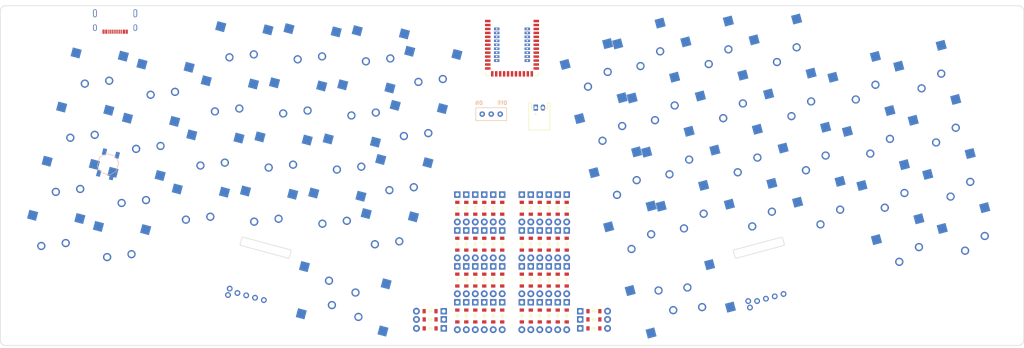
<source format=kicad_pcb>
(kicad_pcb (version 20220131) (generator pcbnew)
  (title_block (title "tin52mx") (rev "v1.0.0") (company "Unknown"))
  (layers (0 "F.Cu" signal) (31 "B.Cu" signal) (34 "B.Paste" user) (35 "F.Paste" user) (36 "B.SilkS" user "B.Silkscreen") (37 "F.SilkS" user "F.Silkscreen") (38 "B.Mask" user) (39 "F.Mask" user) (44 "Edge.Cuts" user))
  (net 0 "")
  (net 1 "P1")
  (net 2 "outer_bottom")
  (net 3 "outer_home")
  (net 4 "outer_top")
  (net 5 "outer_num")
  (net 6 "P0")
  (net 7 "pinky_bottom")
  (net 8 "pinky_home")
  (net 9 "pinky_top")
  (net 10 "pinky_num")
  (net 11 "P2")
  (net 12 "ring_bottom")
  (net 13 "ring_home")
  (net 14 "ring_top")
  (net 15 "ring_num")
  (net 16 "P3")
  (net 17 "middle_bottom")
  (net 18 "middle_home")
  (net 19 "middle_top")
  (net 20 "middle_num")
  (net 21 "P4")
  (net 22 "index_bottom")
  (net 23 "index_home")
  (net 24 "index_top")
  (net 25 "index_num")
  (net 26 "P5")
  (net 27 "inner_bottom")
  (net 28 "inner_home")
  (net 29 "inner_top")
  (net 30 "inner_num")
  (net 31 "outer_thumb")
  (net 32 "inner_thumb")
  (net 33 "P6")
  (net 34 "P7")
  (net 35 "P8")
  (net 36 "P9")
  (net 37 "index_thumb")
  (net 38 "P10")
  (net 39 "P21")
  (net 40 "mirror_outer_bottom")
  (net 41 "mirror_outer_home")
  (net 42 "mirror_outer_top")
  (net 43 "mirror_outer_num")
  (net 44 "P20")
  (net 45 "mirror_pinky_bottom")
  (net 46 "mirror_pinky_home")
  (net 47 "mirror_pinky_top")
  (net 48 "mirror_pinky_num")
  (net 49 "P19")
  (net 50 "mirror_ring_bottom")
  (net 51 "mirror_ring_home")
  (net 52 "mirror_ring_top")
  (net 53 "mirror_ring_num")
  (net 54 "P18")
  (net 55 "mirror_middle_bottom")
  (net 56 "mirror_middle_home")
  (net 57 "mirror_middle_top")
  (net 58 "mirror_middle_num")
  (net 59 "P15")
  (net 60 "mirror_index_bottom")
  (net 61 "mirror_index_home")
  (net 62 "mirror_index_top")
  (net 63 "mirror_index_num")
  (net 64 "P14")
  (net 65 "mirror_inner_bottom")
  (net 66 "mirror_inner_home")
  (net 67 "mirror_inner_top")
  (net 68 "mirror_inner_num")
  (net 69 "mirror_outer_thumb")
  (net 70 "mirror_inner_thumb")
  (net 71 "mirror_index_thumb")
  (net 72 "DMIN")
  (net 73 "DPLUS")
  (net 74 "GND")
  (net 75 "P002")
  (net 76 "P003")
  (net 77 "P004")
  (net 78 "P005")
  (net 79 "P006")
  (net 80 "P007")
  (net 81 "P008")
  (net 82 "P009")
  (net 83 "P010")
  (net 84 "P011")
  (net 85 "P012")
  (net 86 "P013")
  (net 87 "P014")
  (net 88 "P015")
  (net 89 "P016")
  (net 90 "P017")
  (net 91 "P018")
  (net 92 "P019")
  (net 93 "P020")
  (net 94 "P021")
  (net 95 "P022")
  (net 96 "P023")
  (net 97 "P024")
  (net 98 "P025")
  (net 99 "P026")
  (net 100 "P027")
  (net 101 "P028")
  (net 102 "P029")
  (net 103 "P030")
  (net 104 "P031")
  (net 105 "P100")
  (net 106 "P101")
  (net 107 "P102")
  (net 108 "P103")
  (net 109 "P104")
  (net 110 "P105")
  (net 111 "P106")
  (net 112 "P107")
  (net 113 "P108")
  (net 114 "P109")
  (net 115 "P110")
  (net 116 "P111")
  (net 117 "P112")
  (net 118 "P113")
  (net 119 "P114")
  (net 120 "P115")
  (net 121 "SWDCLK")
  (net 122 "SWDIO")
  (net 123 "VBUS")
  (net 124 "VDD")
  (net 125 "CC1")
  (net 126 "CC2")
  (net 127 "DN")
  (net 128 "DP")
  (net 129 "RST")
  (net 130 "RAW")
  (net 131 "BAT+")
  (net 132 "BAT-")
  (net 133 "enc_diode")
  (footprint "Keyboard:SS-12D00" (layer "F.Cu") (at 217.496001 125.968137 180)
    (fp_text reference "T1")
    (fp_text value "")
  )
  (footprint "E73:SW_TACT_ALPS_SKQGABE010" (layer "F.Cu") (at 108.283297 139.93648 75)
    (fp_text reference "B1" hide)
    (fp_text value "" hide)
  )
  (footprint "MX" (layer "F.Cu") (at 111.81319 161.536072 -15)
    (fp_text reference "S10" hide)
    (fp_text value "" hide)
  )
  (footprint "ComboDiode" (layer "F.Cu") (at 205.55934 182.18934 -90)
    (fp_text reference "D1" hide)
    (fp_text value "" hide)
  )
  (footprint "MX" (layer "F.Cu") (at 344.050473 143.369846 15)
    (fp_text reference "S56" hide)
    (fp_text value "" hide)
  )
  (footprint "MX" (layer "F.Cu") (at 181.457371 179.420716 -105)
    (fp_text reference "S52" hide)
    (fp_text value "" hide)
  )
  (footprint "MX" (layer "F.Cu") (at 123.925921 116.330743 165)
    (fp_text reference "S15" hide)
    (fp_text value "" hide)
  )
  (footprint "MX" (layer "F.Cu") (at 280.742346 121.536233 15)
    (fp_text reference "S82" hide)
    (fp_text value "" hide)
  )
  (footprint "MX" (layer "F.Cu") (at 348.088051 158.438289 15)
    (fp_text reference "S54" hide)
    (fp_text value "" hide)
  )
  (footprint "MX" (layer "F.Cu") (at 175.800717 137.166903 165)
    (fp_text reference "S35" hide)
    (fp_text value "" hide)
  )
  (footprint "MX" (layer "F.Cu") (at 288.817501 151.673119 -165)
    (fp_text reference "S77" hide)
    (fp_text value "" hide)
  )
  (footprint "MX" (layer "F.Cu") (at 171.76314 152.235346 -15)
    (fp_text reference "S34" hide)
    (fp_text value "" hide)
  )
  (footprint "MX" (layer "F.Cu") (at 194.453804 127.826407 165)
    (fp_text reference "S45" hide)
    (fp_text value "" hide)
  )
  (footprint "ComboDiode" (layer "F.Cu") (at 243.58934 185.63934)
    (fp_text reference "D51" hide)
    (fp_text value "" hide)
  )
  (footprint "nRF52840_holyiot_18010" (layer "F.Cu") (at 220.78934 105.757964)
    (fp_text reference "")
    (fp_text value "nRF52840_holyiot_18010")
  )
  (footprint "MX" (layer "F.Cu") (at 111.81319 161.536072 165)
    (fp_text reference "S9" hide)
    (fp_text value "" hide)
  )
  (footprint "MX" (layer "F.Cu") (at 137.796795 136.042449 -15)
    (fp_text reference "S20" hide)
    (fp_text value "" hide)
  )
  (footprint "ComboDiode" (layer "F.Cu") (at 231.01934 182.18934 -90)
    (fp_text reference "D35" hide)
    (fp_text value "" hide)
  )
  (footprint "ComboDiode" (layer "F.Cu") (at 223.51934 162.18934 -90)
    (fp_text reference "D49" hide)
    (fp_text value "" hide)
  )
  (footprint "MX" (layer "F.Cu") (at 275.189751 175.383139 -75)
    (fp_text reference "S102" hide)
    (fp_text value "" hide)
  )
  (footprint "ComboDiode" (layer "F.Cu") (at 223.51934 152.18934 -90)
    (fp_text reference "D50" hide)
    (fp_text value "" hide)
  )
  (footprint "MX" (layer "F.Cu") (at 190.416227 142.89485 -15)
    (fp_text reference "S44" hide)
    (fp_text value "" hide)
  )
  (footprint "ComboDiode" (layer "F.Cu") (at 210.55934 152.18934 -90)
    (fp_text reference "D12" hide)
    (fp_text value "" hide)
  )
  (footprint "MX" (layer "F.Cu") (at 101.565783 128.301404 165)
    (fp_text reference "S5" hide)
    (fp_text value "" hide)
  )
  (footprint "MX" (layer "F.Cu") (at 299.744307 120.974006 15)
    (fp_text reference "S74" hide)
    (fp_text value "" hide)
  )
  (footprint "ComboDiode" (layer "F.Cu") (at 215.55934 152.18934 -90)
    (fp_text reference "D20" hide)
    (fp_text value "" hide)
  )
  (footprint "ComboDiode" (layer "F.Cu") (at 226.01934 182.18934 -90)
    (fp_text reference "D43" hide)
    (fp_text value "" hide)
  )
  (footprint "MX" (layer "F.Cu") (at 284.779924 136.604676 -165)
    (fp_text reference "S79" hide)
    (fp_text value "" hide)
  )
  (footprint "MX" (layer "F.Cu") (at 340.012896 128.301404 -165)
    (fp_text reference "S57" hide)
    (fp_text value "" hide)
  )
  (footprint "ComboDiode" (layer "F.Cu") (at 228.51934 182.18934 -90)
    (fp_text reference "D39" hide)
    (fp_text value "" hide)
  )
  (footprint "ComboDiode" (layer "F.Cu") (at 223.51934 172.18934 -90)
    (fp_text reference "D48" hide)
    (fp_text value "" hide)
  )
  (footprint "MX" (layer "F.Cu") (at 152.761179 151.673119 -15)
    (fp_text reference "S26" hide)
    (fp_text value "" hide)
  )
  (footprint "MX" (layer "F.Cu") (at 119.888344 131.399186 165)
    (fp_text reference "S13" hide)
    (fp_text value "" hide)
  )
  (footprint "MX" (layer "F.Cu") (at 260.121308 179.420716 105)
    (fp_text reference "S104" hide)
    (fp_text value "" hide)
  )
  (footprint "MX" (layer "F.Cu") (at 288.817501 151.673119 15)
    (fp_text reference "S78" hide)
    (fp_text value "" hide)
  )
  (footprint "MX" (layer "F.Cu") (at 186.378649 157.963293 -15)
    (fp_text reference "S42" hide)
    (fp_text value "" hide)
  )
  (footprint "ComboDiode" (layer "F.Cu") (at 231.01934 162.18934 -90)
    (fp_text reference "D37" hide)
    (fp_text value "" hide)
  )
  (footprint "ComboDiode" (layer "F.Cu") (at 231.01934 172.18934 -90)
    (fp_text reference "D36" hide)
    (fp_text value "" hide)
  )
  (footprint "MX" (layer "F.Cu") (at 255.20003 157.963293 15)
    (fp_text reference "S94" hide)
    (fp_text value "" hide)
  )
  (footprint "MX" (layer "F.Cu") (at 164.87391 106.46779 -15)
    (fp_text reference "S32" hide)
    (fp_text value "" hide)
  )
  (footprint "MX" (layer "F.Cu") (at 123.925921 116.330743 -15)
    (fp_text reference "S16" hide)
    (fp_text value "" hide)
  )
  (footprint "MX" (layer "F.Cu") (at 179.838294 122.09846 165)
    (fp_text reference "S37" hide)
    (fp_text value "" hide)
  )
  (footprint "MX" (layer "F.Cu") (at 255.20003 157.963293 -165)
    (fp_text reference "S93" hide)
    (fp_text value "" hide)
  )
  (footprint "ComboDiode" (layer "F.Cu") (at 223.51934 182.18934 -90)
    (fp_text reference "D47" hide)
    (fp_text value "" hide)
  )
  (footprint "MX" (layer "F.Cu") (at 133.759218 151.110892 165)
    (fp_text reference "S17" hide)
    (fp_text value "" hide)
  )
  (footprint "MX" (layer "F.Cu") (at 145.871949 105.905563 -15)
    (fp_text reference "S24" hide)
    (fp_text value "" hide)
  )
  (footprint "MX" (layer "F.Cu") (at 295.70673 105.905563 15)
    (fp_text reference "S76" hide)
    (fp_text value "" hide)
  )
  (footprint "ComboDiode" (layer "F.Cu") (at 218.05934 162.18934 -90)
    (fp_text reference "D23" hide)
    (fp_text value "" hide)
  )
  (footprint "MX" (layer "F.Cu") (at 251.162453 142.89485 15)
    (fp_text reference "S96" hide)
    (fp_text value "" hide)
  )
  (footprint "ComboDiode" (layer "F.Cu") (at 236.01934 182.18934 -90)
    (fp_text reference "D27" hide)
    (fp_text value "" hide)
  )
  (footprint "MX" (layer "F.Cu") (at 166.388928 175.383139 -105)
    (fp_text reference "S49" hide)
    (fp_text value "" hide)
  )
  (footprint "MX" (layer "F.Cu") (at 152.761179 151.673119 165)
    (fp_text reference "S25" hide)
    (fp_text value "" hide)
  )
  (footprint "MX" (layer "F.Cu") (at 307.819462 151.110892 15)
    (fp_text reference "S70" hide)
    (fp_text value "" hide)
  )
  (footprint "MX" (layer "F.Cu") (at 183.875871 107.030017 -15)
    (fp_text reference "S40" hide)
    (fp_text value "" hide)
  )
  (footprint "MX" (layer "F.Cu") (at 166.388928 175.383139 75)
    (fp_text reference "S50" hide)
    (fp_text value "" hide)
  )
  (footprint "MX" (layer "F.Cu") (at 194.453804 127.826407 -15)
    (fp_text reference "S46" hide)
    (fp_text value "" hide)
  )
  (footprint "MX" (layer "F.Cu") (at 119.888344 131.399186 -15)
    (fp_text reference "S14" hide)
    (fp_text value "" hide)
  )
  (footprint "MX" (layer "F.Cu") (at 329.76549 161.536072 15)
    (fp_text reference "S62" hide)
    (fp_text value "" hide)
  )
  (footprint "MX" (layer "F.Cu") (at 265.777962 137.166903 15)
    (fp_text reference "S88" hide)
    (fp_text value "" hide)
  )
  (footprint "MX" (layer "F.Cu") (at 303.781885 136.042449 -165)
    (fp_text reference "S71" hide)
    (fp_text value "" hide)
  )
  (footprint "MX" (layer "F.Cu") (at 280.742346 121.536233 -165)
    (fp_text reference "S81" hide)
    (fp_text value "" hide)
  )
  (footprint "MX" (layer "F.Cu") (at 181.457371 179.420716 75)
    (fp_text reference "S51" hide)
    (fp_text value "" hide)
  )
  (footprint "MX" (layer "F.Cu") (at 260.121308 179.420716 -75)
    (fp_text reference "S103" hide)
    (fp_text value "" hide)
  )
  (footprint "ComboDiode" (layer "F.Cu") (at 226.01934 162.18934 -90)
    (fp_text reference "D45" hide)
    (fp_text value "" hide)
  )
  (footprint "MX" (layer "F.Cu") (at 303.781885 136.042449 15)
    (fp_text reference "S72" hide)
    (fp_text value "" hide)
  )
  (footprint "MX" (layer "F.Cu") (at 269.815539 152.235346 -165)
    (fp_text reference "S85" hide)
    (fp_text value "" hide)
  )
  (footprint "ComboDiode" (layer "F.Cu") (at 205.55934 152.18934 -90)
    (fp_text reference "D4" hide)
    (fp_text value "" hide)
  )
  (footprint "MX" (layer "F.Cu") (at 275.189751 175.383139 105)
    (fp_text reference "S101" hide)
    (fp_text value "" hide)
  )
  (footprint "ComboDiode" (layer "F.Cu") (at 197.98934 185.63934 180)
    (fp_text reference "D25" hide)
    (fp_text value "" hide)
  )
  (footprint "ComboDiode" (layer "F.Cu") (at 233.51934 162.18934 -90)
    (fp_text reference "D33" hide)
    (fp_text value "" hide)
  )
  (footprint "ComboDiode" (layer "F.Cu") (at 208.05934 152.18934 -90)
    (fp_text reference "D8" hide)
    (fp_text value "" hide)
  )
  (footprint "ComboDiode" (layer "F.Cu") (at 228.51934 172.18934 -90)
    (fp_text reference "D40" hide)
    (fp_text value "" hide)
  )
  (footprint "ComboDiode" (layer "F.Cu") (at 213.05934 152.18934 -90)
    (fp_text reference "D16" hide)
    (fp_text value "" hide)
  )
  (footprint "MX" (layer "F.Cu") (at 97.528206 143.369846 -15)
    (fp_text reference "S4" hide)
    (fp_text value "" hide)
  )
  (footprint "MX" (layer "F.Cu") (at 175.800717 137.166903 -15)
    (fp_text reference "S36" hide)
    (fp_text value "" hide)
  )
  (footprint "MX" (layer "F.Cu") (at 156.798756 136.604676 -15)
    (fp_text reference "S28" hide)
    (fp_text value "" hide)
  )
  (footprint "MX" (layer "F.Cu") (at 198.491381 112.757964 -15)
    (fp_text reference "S48" hide)
    (fp_text value "" hide)
  )
  (footprint "MX" (layer "F.Cu") (at 317.652758 116.330743 -165)
    (fp_text reference "S67" hide)
    (fp_text value "" hide)
  )
  (footprint "MX" (layer "F.Cu") (at 269.815539 152.235346 15)
    (fp_text reference "S86" hide)
    (fp_text value "" hide)
  )
  (footprint "MX" (layer "F.Cu") (at 243.087299 112.757964 -165)
    (fp_text reference "S99" hide)
    (fp_text value "" hide)
  )
  (footprint "MX" (layer "F.Cu") (at 164.87391 106.46779 165)
    (fp_text reference "S31" hide)
    (fp_text value "" hide)
  )
  (footprint "MX" (layer "F.Cu") (at 348.088051 158.438289 -165)
    (fp_text reference "S53" hide)
    (fp_text value "" hide)
  )
  (footprint "ComboDiode" (layer "F.Cu") (at 210.55934 172.18934 -90)
    (fp_text reference "D10" hide)
    (fp_text value "" hide)
  )
  (footprint "ComboDiode" (layer "F.Cu") (at 233.51934 152.18934 -90)
    (fp_text reference "D34" hide)
    (fp_text value "" hide)
  )
  (footprint "MX" (layer "F.Cu") (at 335.975319 113.232961 15)
    (fp_text reference "S60" hide)
    (fp_text value "" hide)
  )
  (footprint "MX" (layer "F.Cu") (at 133.759218 151.110892 -15)
    (fp_text reference "S18" hide)
    (fp_text value "" hide)
  )
  (footprint "ComboDiode" (layer "F.Cu") (at 213.05934 172.18934 -90)
    (fp_text reference "D14" hide)
    (fp_text value "" hide)
  )
  (footprint "MX" (layer "F.Cu") (at 276.704769 106.46779 -165)
    (fp_text reference "S83" hide)
    (fp_text value "" hide)
  )
  (footprint "ComboDiode" (layer "F.Cu") (at 205.55934 172.18934 -90)
    (fp_text reference "D2" hide)
    (fp_text value "" hide)
  )
  (footprint "MX" (layer "F.Cu") (at 145.871949 105.905563 165)
    (fp_text reference "S23" hide)
    (fp_text value "" hide)
  )
  (footprint "MX" (layer "F.Cu") (at 105.60336 113.232961 165)
    (fp_text reference "S7" hide)
    (fp_text value "" hide)
  )
  (footprint "ComboDiode" (layer "F.Cu") (at 218.05934 172.18934 -90)
    (fp_text reference "D22" hide)
    (fp_text value "" hide)
  )
  (footprint "MX" (layer "F.Cu") (at 317.652758 116.330743 15)
    (fp_text reference "S68" hide)
    (fp_text value "" hide)
  )
  (footprint "MX" (layer "F.Cu") (at 186.378649 157.963293 165)
    (fp_text reference "S41" hide)
    (fp_text value "" hide)
  )
  (footprint "USB-C-12-Pin-MidMount" (layer "F.Cu") (at 110.27 95.79)
    (fp_text reference "USB1" hide)
    (fp_text value "")
  )
  (footprint "ComboDiode" (layer "F.Cu") (at 215.55934 182.18934 -90)
    (fp_text reference "D17" hide)
    (fp_text value "" hide)
  )
  (footprint "ComboDiode" (layer "F.Cu") (at 205.55934 162.18934 -90)
    (fp_text reference "D3" hide)
    (fp_text value "" hide)
  )
  (footprint "ComboDiode" (layer "F.Cu") (at 231.01934 152.18934 -90)
    (fp_text reference "D38" hide)
    (fp_text value "" hide)
  )
  (footprint "ComboDiode" (layer "F.Cu") (at 233.51934 172.18934 -90)
    (fp_text reference "D32" hide)
    (fp_text value "" hide)
  )
  (footprint "MX" (layer "F.Cu") (at 190.416227 142.89485 165)
    (fp_text reference "S43" hide)
    (fp_text value "" hide)
  )
  (footprint "MX" (layer "F.Cu") (at 171.76314 152.235346 165)
    (fp_text reference "S33" hide)
    (fp_text value "" hide)
  )
  (footprint "MX" (layer "F.Cu") (at 137.796795 136.042449 165)
    (fp_text reference "S19" hide)
    (fp_text value "" hide)
  )
  (footprint "ComboDiode" (layer "F.Cu") (at 243.59 180.85)
    (fp_text reference "D54" hide)
    (fp_text value "" hide)
  )
  (footprint "RollerEncoder_Panasonic_EVQWGD001" (layer "F.Cu") (at 149.458306 171.336409 75)
    (fp_text reference "REF**")
    (fp_text value "RollerEncoder_Panasonic_EVQWGD001")
    (fp_line (start 7.4 -6.3) (end 7.4 7.3) (stroke (width 0.15)) (layer "Edge.Cuts"))
    (fp_line (start 7.7 7.6) (end 9.5 7.6) (stroke (width 0.15)) (layer "Edge.Cuts"))
    (fp_line (start 9.5 -6.6) (end 7.7 -6.6) (stroke (width 0.15)) (layer "Edge.Cuts"))
    (fp_line (start 9.8 7.3) (end 9.8 -6.3) (stroke (width 0.15)) (layer "Edge.Cuts"))
    (fp_arc (start 7.4 -6.3) (mid 7.487868 -6.512132) (end 7.7 -6.6) (stroke (width 0.15)) (layer "Edge.Cuts"))
    (fp_arc (start 7.7 7.6) (mid 7.487868 7.512132) (end 7.4 7.3) (stroke (width 0.15)) (layer "Edge.Cuts"))
    (fp_arc (start 9.5 -6.6) (mid 9.712132 -6.512132) (end 9.8 -6.3) (stroke (width 0.15)) (layer "Edge.Cuts"))
    (fp_arc (start 9.8 7.3) (mid 9.712132 7.512132) (end 9.5 7.6) (stroke (width 0.15)) (layer "Edge.Cuts"))
  )
  (footprint "MX" (layer "F.Cu") (at 257.702808 107.030017 -165)
    (fp_text reference "S91" hide)
    (fp_text value "" hide)
  )
  (footprint "MX" (layer "F.Cu") (at 265.777962 137.166903 -165)
    (fp_text reference "S87" hide)
    (fp_text value "" hide)
  )
  (footprint "MX" (layer "F.Cu") (at 251.162453 142.89485 -165)
    (fp_text reference "S95" hide)
    (fp_text value "" hide)
  )
  (footprint "MX" (layer "F.Cu") (at 160.836333 121.536233 -15)
    (fp_text reference "S30" hide)
    (fp_text value "" hide)
  )
  (footprint "MX" (layer "F.Cu") (at 101.565783 128.301404 -15)
    (fp_text reference "S6" hide)
    (fp_text value "" hide)
  )
  (footprint "MX" (layer "F.Cu") (at 247.124876 127.826407 15)
    (fp_text reference "S98" hide)
    (fp_text value "" hide)
  )
  (footprint "MX" (layer "F.Cu") (at 335.975319 113.232961 -165)
    (fp_text reference "S59" hide)
    (fp_text value "" hide)
  )
  (footprint "MX" (layer "F.Cu") (at 97.528206 143.369846 165)
    (fp_text reference "S3" hide)
    (fp_text value "" hide)
  )
  (footprint "ComboDiode" (layer "F.Cu") (at 228.51934 162.18934 -90)
    (fp_text reference "D41" hide)
    (fp_text value "" hide)
  )
  (footprint "ComboDiode" (layer "F.Cu") (at 236.01934 152.18934 -90)
    (fp_text reference "D30" hide)
    (fp_text value "" hide)
  )
  (footprint "ComboDiode" (layer "F.Cu") (at 208.05934 162.18934 -90)
    (fp_text reference "D7" hide)
    (fp_text value "" hide)
  )
  (footprint "MX" (layer "F.Cu") (at 198.491381 112.757964 165)
    (fp_text reference "S47" hide)
    (fp_text value "" hide)
  )
  (footprint "MX" (layer "F.Cu") (at 307.819462 151.110892 -165)
    (fp_text reference "S69" hide)
    (fp_text value "" hide)
  )
  (footprint "ComboDiode" (layer "F.Cu") (at 228.51934 152.18934 -90)
    (fp_text reference "D42" hide)
    (fp_text value "" hide)
  )
  (footprint "ComboDiode" (layer "F.Cu") (at 213.05934 182.18934 -90)
    (fp_text reference "D13" hide)
    (fp_text value "" hide)
  )
  (footprint "MX" (layer "F.Cu") (at 179.838294 122.09846 -15)
    (fp_text reference "S38" hide)
    (fp_text value "" hide)
  )
  (footprint "ComboDiode" (layer "F.Cu") (at 233.51934 182.18934 -90)
    (fp_text reference "D31" hide)
    (fp_text value "" hide)
  )
  (footprint "MX" (layer "F.Cu") (at 115.850767 146.467629 -15)
    (fp_text reference "S12" hide)
    (fp_text value "" hide)
  )
  (footprint "MX" (layer "F.Cu") (at 329.76549 161.536072 -165)
    (fp_text reference "S61" hide)
    (fp_text value "" hide)
  )
  (footprint "ComboDiode" (layer "F.Cu") (at 236.01934 162.18934 -90)
    (fp_text reference "D29" hide)
    (fp_text value "" hide)
  )
  (footprint "MX" (layer "F.Cu") (at 93.490629 158.438289 -15)
    (fp_text reference "S2" hide)
    (fp_text value "" hide)
  )
  (footprint "MX" (layer "F.Cu") (at 93.490629 158.438289 165)
    (fp_text reference "S1" hide)
    (fp_text value "" hide)
  )
  (footprint "MX" (layer "F.Cu") (at 243.087299 112.757964 15)
    (fp_text reference "S100" hide)
    (fp_text value "" hide)
  )
  (footprint "MX" (layer "F.Cu") (at 257.702808 107.030017 15)
    (fp_text reference "S92" hide)
    (fp_text value "" hide)
  )
  (footprint "MX" (layer "F.Cu") (at 105.60336 113.232961 -15)
    (fp_text reference "S8" hide)
    (fp_text value "" hide)
  )
  (footprint "MX" (layer "F.Cu") (at 160.836333 121.536233 165)
    (fp_text reference "S29" hide)
    (fp_text value "" hide)
  )
  (footprint "MX" (layer "F.Cu") (at 141.834372 120.974006 165)
    (fp_text reference "S21" hide)
    (fp_text value "" hide)
  )
  (footprint "MX" (layer "F.Cu") (at 141.834372 120.974006 -15)
    (fp_text reference "S22" hide)
    (fp_text value "" hide)
  )
  (footprint "MX" (layer "F.Cu") (at 321.690335 131.399186 15)
    (fp_text reference "S66" hide)
    (fp_text value "" hide)
  )
  (footprint "ComboDiode" (layer "F.Cu") (at 226.01934 152.18934 -90)
    (fp_text reference "D46" hide)
    (fp_text value "" hide)
  )
  (footprint "MX" (layer "F.Cu") (at 261.740385 122.09846 15)
    (fp_text reference "S90" hide)
    (fp_text value "" hide)
  )
  (footprint "ComboDiode" (layer "F.Cu") (at 218.05934 152.18934 -90)
    (fp_text reference "D24" hide)
    (fp_text value "" hide)
  )
  (footprint "MX" (layer "F.Cu") (at 183.875871 107.030017 165)
    (fp_text reference "S39" hide)
    (fp_text value "" hide)
  )
  (footprint "ComboDiode" (layer "F.Cu") (at 197.97 180.85 180)
    (fp_text reference "D53" hide)
    (fp_text value "" hide)
  )
  (footprint "ComboDiode" (layer "F.Cu") (at 215.55934 172.18934 -90)
    (fp_text reference "D18" hide)
    (fp_text value "" hide)
  )
  (footprint "MX" (layer "F.Cu") (at 344.050473 143.369846 -165)
    (fp_text reference "S55" hide)
    (fp_text value "" hide)
  )
  (footprint "ComboDiode" (layer "F.Cu") (at 218.05934 182.18934 -90)
    (fp_text reference "D21" hide)
    (fp_text value "" hide)
  )
  (footprint "MX" (layer "F.Cu") (at 261.740385 122.09846 -165)
    (fp_text reference "S89" hide)
    (fp_text value "" hide)
  )
  (footprint "ComboDiode" (layer "F.Cu") (at 210.55934 162.18934 -90)
    (fp_text reference "D11" hide)
    (fp_text value "" hide)
  )
  (footprint "RollerEncoder_Panasonic_EVQWGD001" (layer "F.Cu") (at 291.26 171.61 105)
    (fp_text reference "REF**")
    (fp_text value "RollerEncoder_Panasonic_EVQWGD001")
    (fp_line (start 7.4 -6.3) (end 7.4 7.3) (stroke (width 0.15)) (layer "Edge.Cuts"))
    (fp_line (start 7.7 7.6) (end 9.5 7.6) (stroke (width 0.15)) (layer "Edge.Cuts"))
    (fp_line (start 9.5 -6.6) (end 7.7 -6.6) (stroke (width 0.15)) (layer "Edge.Cuts"))
    (fp_line (start 9.8 7.3) (end 9.8 -6.3) (stroke (width 0.15)) (layer "Edge.Cuts"))
    (fp_arc (start 7.4 -6.3) (mid 7.487868 -6.512132) (end 7.7 -6.6) (stroke (width 0.15)) (layer "Edge.Cuts"))
    (fp_arc (start 7.7 7.6) (mid 7.487868 7.512132) (end 7.4 7.3) (stroke (width 0.15)) (layer "Edge.Cuts"))
    (fp_arc (start 9.5 -6.6) (mid 9.712132 -6.512132) (end 9.8 -6.3) (stroke (width 0.15)) (layer "Edge.Cuts"))
    (fp_arc (start 9.8 7.3) (mid 9.712132 7.512132) (end 9.5 7.6) (stroke (width 0.15)) (layer "Edge.Cuts"))
  )
  (footprint "ComboDiode" (layer "F.Cu") (at 210.55934 182.18934 -90)
    (fp_text reference "D9" hide)
    (fp_text value "" hide)
  )
  (footprint "MX" (layer "F.Cu") (at 276.704769 106.46779 15)
    (fp_text reference "S84" hide)
    (fp_text value "" hide)
  )
  (footprint "MX" (layer "F.Cu") (at 115.850767 146.467629 165)
    (fp_text reference "S11" hide)
    (fp_text value "" hide)
  )
  (footprint "MX" (layer "F.Cu") (at 156.798756 136.604676 165)
    (fp_text reference "S27" hide)
    (fp_text value "" hide)
  )
  (footprint "ComboDiode" (layer "F.Cu") (at 208.05934 182.18934 -90)
    (fp_text reference "D5" hide)
    (fp_text value "" hide)
  )
  (footprint "MX" (layer "F.Cu") (at 340.012896 128.301404 15)
    (fp_text reference "S58" hide)
    (fp_text value "" hide)
  )
  (footprint "ComboDiode" (layer "F.Cu") (at 236.01934 172.18934 -90)
    (fp_text reference "D28" hide)
    (fp_text value "" hide)
  )
  (footprint "MX" (layer "F.Cu") (at 321.690335 131.399186 -165)
    (fp_text reference "S65" hide)
    (fp_text value "" hide)
  )
  (footprint "MX" (layer "F.Cu") (at 325.727912 146.467629 -165)
    (fp_text reference "S63" hide)
    (fp_text value "" hide)
  )
  (footprint "MX" (layer "F.Cu") (at 247.124876 127.826407 -165)
    (fp_text reference "S97" hide)
    (fp_text value "" hide)
  )
  (footprint "ComboDiode" (layer "F.Cu") (at 213.05934 162.18934 -90)
    (fp_text reference "D15" hide)
    (fp_text value "" hide)
  )
  (footprint "ComboDiode" (layer "F.Cu") (at 215.55934 162.18934 -90)
    (fp_text reference "D19" hide)
    (fp_text value "" hide)
  )
  (footprint "MX" (layer "F.Cu") (at 325.727912 146.467629 15)
    (fp_text reference "S64" hide)
    (fp_text value "" hide)
  )
  (footprint "ComboDiode" (layer "F.Cu") (at 243.58934 183.13934)
    (fp_text reference "D52" hide)
    (fp_text value "" hide)
  )
  (footprint "JST_PH_S2B-PH-K_02x2.00mm_Angled" (layer "F.Cu") (at 228.38934 124.157964)
    (fp_text reference "JST1" hide)
    (fp_text value "" hide)
  )
  (footprint "ComboDiode" (layer "F.Cu") (at 197.98934 183.13934 180)
    (fp_text reference "D26" hide)
    (fp_text value "" hide)
  )
  (footprint "MX" (layer "F.Cu") (at 295.70673 105.905563 -165)
    (fp_text reference "S75" hide)
    (fp_text value "" hide)
  )
  (footprint "MX" (layer "F.Cu") (at 284.779924 136.604676 15)
    (fp_text reference "S80" hide)
    (fp_text value "" hide)
  )
  (footprint "ComboDiode" (layer "F.Cu") (at 208.05934 172.18934 -90)
    (fp_text reference "D6" hide)
    (fp_text value "" hide)
  )
  (footprint "MX" (layer "F.Cu") (at 299.744307 120.974006 -165)
    (fp_text reference "S73" hide)
    (fp_text value "" hide)
  )
  (footprint "ComboDiode" (layer "F.Cu") (at 226.01934 172.18934 -90)
    (fp_text reference "D44" hide)
    (fp_text value "" hide)
  )
  (gr_arc (start 78.28934 97.28934) (mid 78.72868 96.22868) (end 79.78934 95.78934) (stroke (width 0.15)) (layer "Edge.Cuts"))
  (gr_line (start 79.78934 190.38934) (end 361.78934 190.38934) (stroke (width 0.15)) (layer "Edge.Cuts"))
  (gr_line (start 361.78934 95.78934) (end 79.78934 95.78934) (stroke (width 0.15)) (layer "Edge.Cuts"))
  (gr_arc (start 361.78934 95.78934) (mid 362.85 96.22868) (end 363.28934 97.28934) (stroke (width 0.15)) (layer "Edge.Cuts"))
  (gr_line (start 78.28934 97.28934) (end 78.28934 188.88934) (stroke (width 0.15)) (layer "Edge.Cuts"))
  (gr_line (start 363.28934 188.88934) (end 363.28934 97.28934) (stroke (width 0.15)) (layer "Edge.Cuts"))
  (gr_arc (start 363.28934 188.88934) (mid 362.85 189.95) (end 361.78934 190.38934) (stroke (width 0.15)) (layer "Edge.Cuts"))
  (gr_arc (start 79.78934 190.38934) (mid 78.72868 189.95) (end 78.28934 188.88934) (stroke (width 0.15)) (layer "Edge.Cuts"))
)
</source>
